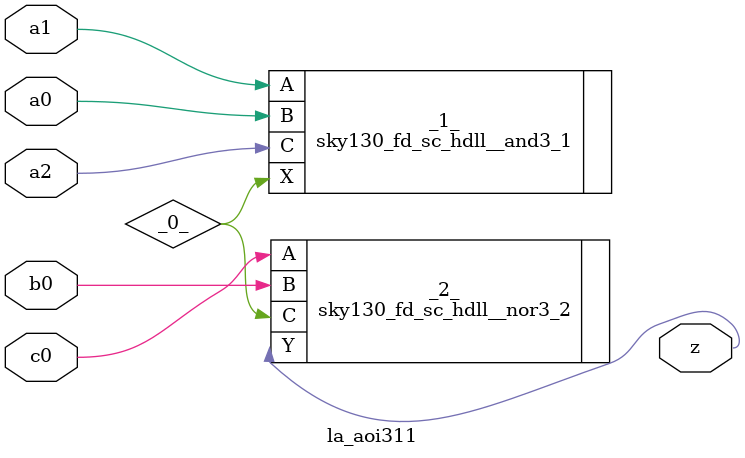
<source format=v>

/* Generated by Yosys 0.44 (git sha1 80ba43d26, g++ 11.4.0-1ubuntu1~22.04 -fPIC -O3) */

(* top =  1  *)
(* src = "generated" *)
(* keep_hierarchy *)
module la_aoi311 (
    a0,
    a1,
    a2,
    b0,
    c0,
    z
);
  wire _0_;
  (* src = "generated" *)
  input a0;
  wire a0;
  (* src = "generated" *)
  input a1;
  wire a1;
  (* src = "generated" *)
  input a2;
  wire a2;
  (* src = "generated" *)
  input b0;
  wire b0;
  (* src = "generated" *)
  input c0;
  wire c0;
  (* src = "generated" *)
  output z;
  wire z;
  sky130_fd_sc_hdll__and3_1 _1_ (
      .A(a1),
      .B(a0),
      .C(a2),
      .X(_0_)
  );
  sky130_fd_sc_hdll__nor3_2 _2_ (
      .A(c0),
      .B(b0),
      .C(_0_),
      .Y(z)
  );
endmodule

</source>
